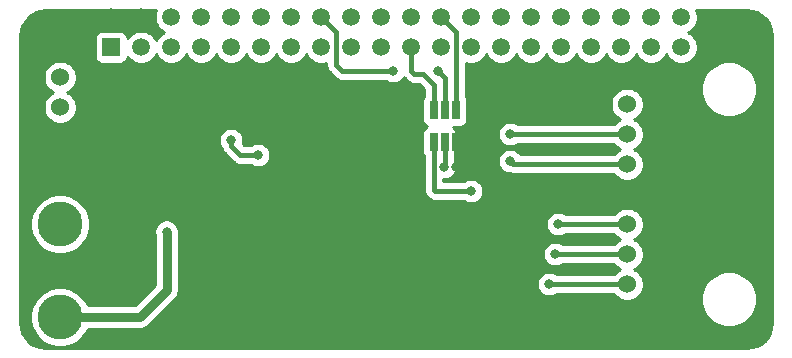
<source format=gbr>
G04 #@! TF.GenerationSoftware,KiCad,Pcbnew,(5.1.2)-1*
G04 #@! TF.CreationDate,2020-10-04T17:45:05-05:00*
G04 #@! TF.ProjectId,Senior Design,53656e69-6f72-4204-9465-7369676e2e6b,rev?*
G04 #@! TF.SameCoordinates,Original*
G04 #@! TF.FileFunction,Copper,L2,Bot*
G04 #@! TF.FilePolarity,Positive*
%FSLAX46Y46*%
G04 Gerber Fmt 4.6, Leading zero omitted, Abs format (unit mm)*
G04 Created by KiCad (PCBNEW (5.1.2)-1) date 2020-10-04 17:45:05*
%MOMM*%
%LPD*%
G04 APERTURE LIST*
%ADD10C,1.905000*%
%ADD11C,1.520000*%
%ADD12R,1.520000X1.520000*%
%ADD13C,1.524000*%
%ADD14C,3.810000*%
%ADD15R,0.650000X1.560000*%
%ADD16C,0.800000*%
%ADD17C,0.762000*%
%ADD18C,0.381000*%
%ADD19C,0.254000*%
G04 APERTURE END LIST*
D10*
X176022000Y-64262000D03*
D11*
X158496000Y-62992000D03*
X153416000Y-62992000D03*
X161036000Y-62992000D03*
X163576000Y-62992000D03*
X148336000Y-62992000D03*
X166116000Y-62992000D03*
X168656000Y-62992000D03*
X148336000Y-65532000D03*
X163576000Y-65532000D03*
X155956000Y-65532000D03*
X158496000Y-65532000D03*
X150876000Y-62992000D03*
X155956000Y-62992000D03*
X153416000Y-65532000D03*
X166116000Y-65532000D03*
X168656000Y-65532000D03*
X171196000Y-65532000D03*
X150876000Y-65532000D03*
X161036000Y-65532000D03*
X171196000Y-62992000D03*
X122936000Y-62992000D03*
X128016000Y-62992000D03*
X133096000Y-62992000D03*
X135636000Y-62992000D03*
X138176000Y-62992000D03*
X140716000Y-62992000D03*
X143256000Y-62992000D03*
D12*
X122936000Y-65532000D03*
D11*
X128016000Y-65532000D03*
X138176000Y-65532000D03*
X140716000Y-65532000D03*
X143256000Y-65532000D03*
X145796000Y-65532000D03*
X133096000Y-65532000D03*
X130556000Y-65532000D03*
X125476000Y-62992000D03*
X125476000Y-65532000D03*
X130556000Y-62992000D03*
X135636000Y-65532000D03*
X145796000Y-62992000D03*
D13*
X166624000Y-85598000D03*
X166624000Y-83058000D03*
X166624000Y-80518000D03*
X166624000Y-77978000D03*
X166624000Y-75438000D03*
X166624000Y-72898000D03*
X166624000Y-70358000D03*
D14*
X118618000Y-80518000D03*
X118618000Y-88392000D03*
D15*
X151196000Y-70866000D03*
X152146000Y-70866000D03*
X150246000Y-70866000D03*
X150246000Y-73566000D03*
X151196000Y-73566000D03*
X152146000Y-73566000D03*
D13*
X118618000Y-70612000D03*
X118618000Y-68072000D03*
D16*
X127635000Y-81153000D03*
X135382000Y-74676000D03*
X133096000Y-73406000D03*
X151130000Y-75692000D03*
X153416000Y-77724000D03*
X160020000Y-85598000D03*
X160528000Y-83058000D03*
X160782000Y-80518000D03*
X156718000Y-75184000D03*
X156718000Y-72898000D03*
X150622000Y-67564000D03*
X146812000Y-67564000D03*
X122682000Y-84328000D03*
X122682000Y-86360000D03*
X152146000Y-75692000D03*
X128016000Y-75438000D03*
X128016000Y-73533000D03*
X131572000Y-74930000D03*
D17*
X127635000Y-86106000D02*
X125349000Y-88392000D01*
X127635000Y-81153000D02*
X127635000Y-86106000D01*
X125349000Y-88392000D02*
X118618000Y-88392000D01*
D18*
X135382000Y-74676000D02*
X134816315Y-74676000D01*
X134816315Y-74676000D02*
X133858000Y-74676000D01*
X133858000Y-74676000D02*
X133096000Y-73914000D01*
X133096000Y-73914000D02*
X133096000Y-73406000D01*
X151196000Y-73566000D02*
X151196000Y-75626000D01*
X151196000Y-75626000D02*
X151130000Y-75692000D01*
X150246000Y-77602000D02*
X150246000Y-73566000D01*
X153416000Y-77724000D02*
X150368000Y-77724000D01*
X150368000Y-77724000D02*
X150246000Y-77602000D01*
X160020000Y-85598000D02*
X166624000Y-85598000D01*
X160782000Y-83058000D02*
X166624000Y-83058000D01*
X160782000Y-80518000D02*
X166624000Y-80518000D01*
X156972000Y-75438000D02*
X156718000Y-75184000D01*
X166624000Y-75438000D02*
X156972000Y-75438000D01*
X165546370Y-72898000D02*
X166624000Y-72898000D01*
X156718000Y-72898000D02*
X165546370Y-72898000D01*
X151196000Y-70866000D02*
X151196000Y-68138000D01*
X151196000Y-68138000D02*
X150622000Y-67564000D01*
X141986000Y-64262000D02*
X140716000Y-62992000D01*
X141986000Y-67056000D02*
X141986000Y-64262000D01*
X146812000Y-67564000D02*
X142494000Y-67564000D01*
X142494000Y-67564000D02*
X141986000Y-67056000D01*
X152146000Y-64262000D02*
X150876000Y-62992000D01*
X152146000Y-70866000D02*
X152146000Y-64262000D01*
X150246000Y-69705000D02*
X150241000Y-69700000D01*
X150246000Y-70866000D02*
X150246000Y-69705000D01*
X150241000Y-69700000D02*
X150241000Y-68707000D01*
X150241000Y-68707000D02*
X149352000Y-67818000D01*
X149352000Y-67818000D02*
X148590000Y-67818000D01*
X148336000Y-67564000D02*
X148336000Y-65532000D01*
X148590000Y-67818000D02*
X148336000Y-67564000D01*
X152146000Y-73566000D02*
X152146000Y-75692000D01*
D19*
G36*
X126674609Y-62585093D02*
G01*
X126621000Y-62854604D01*
X126621000Y-63129396D01*
X126674609Y-63398907D01*
X126779767Y-63652780D01*
X126932433Y-63881261D01*
X127126739Y-64075567D01*
X127355220Y-64228233D01*
X127436740Y-64262000D01*
X127355220Y-64295767D01*
X127126739Y-64448433D01*
X126932433Y-64642739D01*
X126779767Y-64871220D01*
X126746000Y-64952740D01*
X126712233Y-64871220D01*
X126559567Y-64642739D01*
X126365261Y-64448433D01*
X126136780Y-64295767D01*
X125882907Y-64190609D01*
X125613396Y-64137000D01*
X125338604Y-64137000D01*
X125069093Y-64190609D01*
X124815220Y-64295767D01*
X124586739Y-64448433D01*
X124392433Y-64642739D01*
X124330474Y-64735467D01*
X124321812Y-64647518D01*
X124285502Y-64527820D01*
X124226537Y-64417506D01*
X124147185Y-64320815D01*
X124050494Y-64241463D01*
X123940180Y-64182498D01*
X123820482Y-64146188D01*
X123696000Y-64133928D01*
X122176000Y-64133928D01*
X122051518Y-64146188D01*
X121931820Y-64182498D01*
X121821506Y-64241463D01*
X121724815Y-64320815D01*
X121645463Y-64417506D01*
X121586498Y-64527820D01*
X121550188Y-64647518D01*
X121537928Y-64772000D01*
X121537928Y-66292000D01*
X121550188Y-66416482D01*
X121586498Y-66536180D01*
X121645463Y-66646494D01*
X121724815Y-66743185D01*
X121821506Y-66822537D01*
X121931820Y-66881502D01*
X122051518Y-66917812D01*
X122176000Y-66930072D01*
X123696000Y-66930072D01*
X123820482Y-66917812D01*
X123940180Y-66881502D01*
X124050494Y-66822537D01*
X124147185Y-66743185D01*
X124226537Y-66646494D01*
X124285502Y-66536180D01*
X124321812Y-66416482D01*
X124330474Y-66328533D01*
X124392433Y-66421261D01*
X124586739Y-66615567D01*
X124815220Y-66768233D01*
X125069093Y-66873391D01*
X125338604Y-66927000D01*
X125613396Y-66927000D01*
X125882907Y-66873391D01*
X126136780Y-66768233D01*
X126365261Y-66615567D01*
X126559567Y-66421261D01*
X126712233Y-66192780D01*
X126746000Y-66111260D01*
X126779767Y-66192780D01*
X126932433Y-66421261D01*
X127126739Y-66615567D01*
X127355220Y-66768233D01*
X127609093Y-66873391D01*
X127878604Y-66927000D01*
X128153396Y-66927000D01*
X128422907Y-66873391D01*
X128676780Y-66768233D01*
X128905261Y-66615567D01*
X129099567Y-66421261D01*
X129252233Y-66192780D01*
X129286000Y-66111260D01*
X129319767Y-66192780D01*
X129472433Y-66421261D01*
X129666739Y-66615567D01*
X129895220Y-66768233D01*
X130149093Y-66873391D01*
X130418604Y-66927000D01*
X130693396Y-66927000D01*
X130962907Y-66873391D01*
X131216780Y-66768233D01*
X131445261Y-66615567D01*
X131639567Y-66421261D01*
X131792233Y-66192780D01*
X131826000Y-66111260D01*
X131859767Y-66192780D01*
X132012433Y-66421261D01*
X132206739Y-66615567D01*
X132435220Y-66768233D01*
X132689093Y-66873391D01*
X132958604Y-66927000D01*
X133233396Y-66927000D01*
X133502907Y-66873391D01*
X133756780Y-66768233D01*
X133985261Y-66615567D01*
X134179567Y-66421261D01*
X134332233Y-66192780D01*
X134366000Y-66111260D01*
X134399767Y-66192780D01*
X134552433Y-66421261D01*
X134746739Y-66615567D01*
X134975220Y-66768233D01*
X135229093Y-66873391D01*
X135498604Y-66927000D01*
X135773396Y-66927000D01*
X136042907Y-66873391D01*
X136296780Y-66768233D01*
X136525261Y-66615567D01*
X136719567Y-66421261D01*
X136872233Y-66192780D01*
X136906000Y-66111260D01*
X136939767Y-66192780D01*
X137092433Y-66421261D01*
X137286739Y-66615567D01*
X137515220Y-66768233D01*
X137769093Y-66873391D01*
X138038604Y-66927000D01*
X138313396Y-66927000D01*
X138582907Y-66873391D01*
X138836780Y-66768233D01*
X139065261Y-66615567D01*
X139259567Y-66421261D01*
X139412233Y-66192780D01*
X139446000Y-66111260D01*
X139479767Y-66192780D01*
X139632433Y-66421261D01*
X139826739Y-66615567D01*
X140055220Y-66768233D01*
X140309093Y-66873391D01*
X140578604Y-66927000D01*
X140853396Y-66927000D01*
X141122907Y-66873391D01*
X141160500Y-66857819D01*
X141160500Y-67015449D01*
X141156506Y-67056000D01*
X141160500Y-67096550D01*
X141160500Y-67096552D01*
X141172444Y-67217825D01*
X141214710Y-67357158D01*
X141219647Y-67373433D01*
X141296301Y-67516842D01*
X141324711Y-67551459D01*
X141399459Y-67642541D01*
X141430966Y-67668398D01*
X141881602Y-68119034D01*
X141907459Y-68150541D01*
X141996694Y-68223774D01*
X142033156Y-68253698D01*
X142033158Y-68253699D01*
X142176566Y-68330353D01*
X142332174Y-68377556D01*
X142453447Y-68389500D01*
X142453459Y-68389500D01*
X142493999Y-68393493D01*
X142534539Y-68389500D01*
X146184497Y-68389500D01*
X146321744Y-68481205D01*
X146510102Y-68559226D01*
X146710061Y-68599000D01*
X146913939Y-68599000D01*
X147113898Y-68559226D01*
X147302256Y-68481205D01*
X147471774Y-68367937D01*
X147615937Y-68223774D01*
X147702832Y-68093726D01*
X147749459Y-68150541D01*
X147780966Y-68176398D01*
X147977602Y-68373034D01*
X148003459Y-68404541D01*
X148129158Y-68507699D01*
X148272566Y-68584353D01*
X148428174Y-68631556D01*
X148549447Y-68643500D01*
X148549449Y-68643500D01*
X148589999Y-68647494D01*
X148630550Y-68643500D01*
X149010067Y-68643500D01*
X149415501Y-69048934D01*
X149415500Y-69659449D01*
X149411506Y-69700000D01*
X149412022Y-69705236D01*
X149390463Y-69731506D01*
X149331498Y-69841820D01*
X149295188Y-69961518D01*
X149282928Y-70086000D01*
X149282928Y-71646000D01*
X149295188Y-71770482D01*
X149331498Y-71890180D01*
X149390463Y-72000494D01*
X149469815Y-72097185D01*
X149566506Y-72176537D01*
X149640335Y-72216000D01*
X149566506Y-72255463D01*
X149469815Y-72334815D01*
X149390463Y-72431506D01*
X149331498Y-72541820D01*
X149295188Y-72661518D01*
X149282928Y-72786000D01*
X149282928Y-74346000D01*
X149295188Y-74470482D01*
X149331498Y-74590180D01*
X149390463Y-74700494D01*
X149420501Y-74737095D01*
X149420500Y-77561449D01*
X149416506Y-77602000D01*
X149420500Y-77642550D01*
X149420500Y-77642552D01*
X149432444Y-77763825D01*
X149479647Y-77919433D01*
X149556301Y-78062842D01*
X149590214Y-78104165D01*
X149659459Y-78188541D01*
X149690966Y-78214398D01*
X149755602Y-78279034D01*
X149781459Y-78310541D01*
X149907158Y-78413699D01*
X150050566Y-78490353D01*
X150206174Y-78537556D01*
X150327447Y-78549500D01*
X150327449Y-78549500D01*
X150367999Y-78553494D01*
X150408550Y-78549500D01*
X152788497Y-78549500D01*
X152925744Y-78641205D01*
X153114102Y-78719226D01*
X153314061Y-78759000D01*
X153517939Y-78759000D01*
X153717898Y-78719226D01*
X153906256Y-78641205D01*
X154075774Y-78527937D01*
X154219937Y-78383774D01*
X154333205Y-78214256D01*
X154411226Y-78025898D01*
X154451000Y-77825939D01*
X154451000Y-77622061D01*
X154411226Y-77422102D01*
X154333205Y-77233744D01*
X154219937Y-77064226D01*
X154075774Y-76920063D01*
X153906256Y-76806795D01*
X153717898Y-76728774D01*
X153517939Y-76689000D01*
X153314061Y-76689000D01*
X153114102Y-76728774D01*
X152925744Y-76806795D01*
X152788497Y-76898500D01*
X151071500Y-76898500D01*
X151071500Y-76727000D01*
X151231939Y-76727000D01*
X151431898Y-76687226D01*
X151620256Y-76609205D01*
X151789774Y-76495937D01*
X151933937Y-76351774D01*
X152047205Y-76182256D01*
X152125226Y-75993898D01*
X152165000Y-75793939D01*
X152165000Y-75590061D01*
X152125226Y-75390102D01*
X152047205Y-75201744D01*
X152021500Y-75163274D01*
X152021500Y-74737094D01*
X152051537Y-74700494D01*
X152110502Y-74590180D01*
X152146812Y-74470482D01*
X152159072Y-74346000D01*
X152159072Y-72796061D01*
X155683000Y-72796061D01*
X155683000Y-72999939D01*
X155722774Y-73199898D01*
X155800795Y-73388256D01*
X155914063Y-73557774D01*
X156058226Y-73701937D01*
X156227744Y-73815205D01*
X156416102Y-73893226D01*
X156616061Y-73933000D01*
X156819939Y-73933000D01*
X157019898Y-73893226D01*
X157208256Y-73815205D01*
X157345503Y-73723500D01*
X165495425Y-73723500D01*
X165538880Y-73788535D01*
X165733465Y-73983120D01*
X165962273Y-74136005D01*
X166039515Y-74168000D01*
X165962273Y-74199995D01*
X165733465Y-74352880D01*
X165538880Y-74547465D01*
X165495425Y-74612500D01*
X157580920Y-74612500D01*
X157521937Y-74524226D01*
X157377774Y-74380063D01*
X157208256Y-74266795D01*
X157019898Y-74188774D01*
X156819939Y-74149000D01*
X156616061Y-74149000D01*
X156416102Y-74188774D01*
X156227744Y-74266795D01*
X156058226Y-74380063D01*
X155914063Y-74524226D01*
X155800795Y-74693744D01*
X155722774Y-74882102D01*
X155683000Y-75082061D01*
X155683000Y-75285939D01*
X155722774Y-75485898D01*
X155800795Y-75674256D01*
X155914063Y-75843774D01*
X156058226Y-75987937D01*
X156227744Y-76101205D01*
X156416102Y-76179226D01*
X156616061Y-76219000D01*
X156702851Y-76219000D01*
X156810174Y-76251556D01*
X156931447Y-76263500D01*
X156931449Y-76263500D01*
X156971999Y-76267494D01*
X157012550Y-76263500D01*
X165495425Y-76263500D01*
X165538880Y-76328535D01*
X165733465Y-76523120D01*
X165962273Y-76676005D01*
X166216510Y-76781314D01*
X166486408Y-76835000D01*
X166761592Y-76835000D01*
X167031490Y-76781314D01*
X167285727Y-76676005D01*
X167514535Y-76523120D01*
X167709120Y-76328535D01*
X167862005Y-76099727D01*
X167967314Y-75845490D01*
X168021000Y-75575592D01*
X168021000Y-75300408D01*
X167967314Y-75030510D01*
X167862005Y-74776273D01*
X167709120Y-74547465D01*
X167514535Y-74352880D01*
X167285727Y-74199995D01*
X167208485Y-74168000D01*
X167285727Y-74136005D01*
X167514535Y-73983120D01*
X167709120Y-73788535D01*
X167862005Y-73559727D01*
X167967314Y-73305490D01*
X168021000Y-73035592D01*
X168021000Y-72760408D01*
X167967314Y-72490510D01*
X167862005Y-72236273D01*
X167709120Y-72007465D01*
X167514535Y-71812880D01*
X167285727Y-71659995D01*
X167208485Y-71628000D01*
X167285727Y-71596005D01*
X167514535Y-71443120D01*
X167709120Y-71248535D01*
X167862005Y-71019727D01*
X167967314Y-70765490D01*
X168021000Y-70495592D01*
X168021000Y-70220408D01*
X167967314Y-69950510D01*
X167862005Y-69696273D01*
X167709120Y-69467465D01*
X167514535Y-69272880D01*
X167285727Y-69119995D01*
X167031490Y-69014686D01*
X166761592Y-68961000D01*
X166486408Y-68961000D01*
X166216510Y-69014686D01*
X165962273Y-69119995D01*
X165733465Y-69272880D01*
X165538880Y-69467465D01*
X165385995Y-69696273D01*
X165280686Y-69950510D01*
X165227000Y-70220408D01*
X165227000Y-70495592D01*
X165280686Y-70765490D01*
X165385995Y-71019727D01*
X165538880Y-71248535D01*
X165733465Y-71443120D01*
X165962273Y-71596005D01*
X166039515Y-71628000D01*
X165962273Y-71659995D01*
X165733465Y-71812880D01*
X165538880Y-72007465D01*
X165495425Y-72072500D01*
X157345503Y-72072500D01*
X157208256Y-71980795D01*
X157019898Y-71902774D01*
X156819939Y-71863000D01*
X156616061Y-71863000D01*
X156416102Y-71902774D01*
X156227744Y-71980795D01*
X156058226Y-72094063D01*
X155914063Y-72238226D01*
X155800795Y-72407744D01*
X155722774Y-72596102D01*
X155683000Y-72796061D01*
X152159072Y-72796061D01*
X152159072Y-72786000D01*
X152146812Y-72661518D01*
X152110502Y-72541820D01*
X152051537Y-72431506D01*
X151972185Y-72334815D01*
X151910354Y-72284072D01*
X152471000Y-72284072D01*
X152595482Y-72271812D01*
X152715180Y-72235502D01*
X152825494Y-72176537D01*
X152922185Y-72097185D01*
X153001537Y-72000494D01*
X153060502Y-71890180D01*
X153096812Y-71770482D01*
X153109072Y-71646000D01*
X153109072Y-70086000D01*
X153096812Y-69961518D01*
X153060502Y-69841820D01*
X153001537Y-69731506D01*
X152971500Y-69694906D01*
X152971500Y-68855560D01*
X172900000Y-68855560D01*
X172900000Y-69320440D01*
X172990694Y-69776387D01*
X173168595Y-70205879D01*
X173426868Y-70592412D01*
X173755588Y-70921132D01*
X174142121Y-71179405D01*
X174571613Y-71357306D01*
X175027560Y-71448000D01*
X175492440Y-71448000D01*
X175948387Y-71357306D01*
X176377879Y-71179405D01*
X176764412Y-70921132D01*
X177093132Y-70592412D01*
X177351405Y-70205879D01*
X177529306Y-69776387D01*
X177620000Y-69320440D01*
X177620000Y-68855560D01*
X177529306Y-68399613D01*
X177351405Y-67970121D01*
X177093132Y-67583588D01*
X176764412Y-67254868D01*
X176377879Y-66996595D01*
X175948387Y-66818694D01*
X175492440Y-66728000D01*
X175027560Y-66728000D01*
X174571613Y-66818694D01*
X174142121Y-66996595D01*
X173755588Y-67254868D01*
X173426868Y-67583588D01*
X173168595Y-67970121D01*
X172990694Y-68399613D01*
X172900000Y-68855560D01*
X152971500Y-68855560D01*
X152971500Y-66857819D01*
X153009093Y-66873391D01*
X153278604Y-66927000D01*
X153553396Y-66927000D01*
X153822907Y-66873391D01*
X154076780Y-66768233D01*
X154305261Y-66615567D01*
X154499567Y-66421261D01*
X154652233Y-66192780D01*
X154686000Y-66111260D01*
X154719767Y-66192780D01*
X154872433Y-66421261D01*
X155066739Y-66615567D01*
X155295220Y-66768233D01*
X155549093Y-66873391D01*
X155818604Y-66927000D01*
X156093396Y-66927000D01*
X156362907Y-66873391D01*
X156616780Y-66768233D01*
X156845261Y-66615567D01*
X157039567Y-66421261D01*
X157192233Y-66192780D01*
X157226000Y-66111260D01*
X157259767Y-66192780D01*
X157412433Y-66421261D01*
X157606739Y-66615567D01*
X157835220Y-66768233D01*
X158089093Y-66873391D01*
X158358604Y-66927000D01*
X158633396Y-66927000D01*
X158902907Y-66873391D01*
X159156780Y-66768233D01*
X159385261Y-66615567D01*
X159579567Y-66421261D01*
X159732233Y-66192780D01*
X159766000Y-66111260D01*
X159799767Y-66192780D01*
X159952433Y-66421261D01*
X160146739Y-66615567D01*
X160375220Y-66768233D01*
X160629093Y-66873391D01*
X160898604Y-66927000D01*
X161173396Y-66927000D01*
X161442907Y-66873391D01*
X161696780Y-66768233D01*
X161925261Y-66615567D01*
X162119567Y-66421261D01*
X162272233Y-66192780D01*
X162306000Y-66111260D01*
X162339767Y-66192780D01*
X162492433Y-66421261D01*
X162686739Y-66615567D01*
X162915220Y-66768233D01*
X163169093Y-66873391D01*
X163438604Y-66927000D01*
X163713396Y-66927000D01*
X163982907Y-66873391D01*
X164236780Y-66768233D01*
X164465261Y-66615567D01*
X164659567Y-66421261D01*
X164812233Y-66192780D01*
X164846000Y-66111260D01*
X164879767Y-66192780D01*
X165032433Y-66421261D01*
X165226739Y-66615567D01*
X165455220Y-66768233D01*
X165709093Y-66873391D01*
X165978604Y-66927000D01*
X166253396Y-66927000D01*
X166522907Y-66873391D01*
X166776780Y-66768233D01*
X167005261Y-66615567D01*
X167199567Y-66421261D01*
X167352233Y-66192780D01*
X167386000Y-66111260D01*
X167419767Y-66192780D01*
X167572433Y-66421261D01*
X167766739Y-66615567D01*
X167995220Y-66768233D01*
X168249093Y-66873391D01*
X168518604Y-66927000D01*
X168793396Y-66927000D01*
X169062907Y-66873391D01*
X169316780Y-66768233D01*
X169545261Y-66615567D01*
X169739567Y-66421261D01*
X169892233Y-66192780D01*
X169926000Y-66111260D01*
X169959767Y-66192780D01*
X170112433Y-66421261D01*
X170306739Y-66615567D01*
X170535220Y-66768233D01*
X170789093Y-66873391D01*
X171058604Y-66927000D01*
X171333396Y-66927000D01*
X171602907Y-66873391D01*
X171856780Y-66768233D01*
X172085261Y-66615567D01*
X172279567Y-66421261D01*
X172432233Y-66192780D01*
X172537391Y-65938907D01*
X172591000Y-65669396D01*
X172591000Y-65394604D01*
X172537391Y-65125093D01*
X172432233Y-64871220D01*
X172279567Y-64642739D01*
X172085261Y-64448433D01*
X171856780Y-64295767D01*
X171775260Y-64262000D01*
X171856780Y-64228233D01*
X172085261Y-64075567D01*
X172279567Y-63881261D01*
X172432233Y-63652780D01*
X172537391Y-63398907D01*
X172591000Y-63129396D01*
X172591000Y-62854604D01*
X172537391Y-62585093D01*
X172469214Y-62420500D01*
X176749842Y-62420500D01*
X177190364Y-62463693D01*
X177581258Y-62581711D01*
X177941779Y-62773404D01*
X178258201Y-63031471D01*
X178518472Y-63346085D01*
X178712677Y-63705259D01*
X178833419Y-64095315D01*
X178879501Y-64533761D01*
X178879500Y-88865842D01*
X178836307Y-89306365D01*
X178718289Y-89697258D01*
X178526596Y-90057779D01*
X178268529Y-90374201D01*
X177953915Y-90634472D01*
X177594743Y-90828676D01*
X177204685Y-90949419D01*
X176766256Y-90995500D01*
X117382158Y-90995500D01*
X116941635Y-90952307D01*
X116550742Y-90834289D01*
X116190221Y-90642596D01*
X115873799Y-90384529D01*
X115613528Y-90069915D01*
X115419324Y-89710743D01*
X115298581Y-89320685D01*
X115252500Y-88882256D01*
X115252500Y-88141832D01*
X116078000Y-88141832D01*
X116078000Y-88642168D01*
X116175611Y-89132891D01*
X116367081Y-89595141D01*
X116645053Y-90011156D01*
X116998844Y-90364947D01*
X117414859Y-90642919D01*
X117877109Y-90834389D01*
X118367832Y-90932000D01*
X118868168Y-90932000D01*
X119358891Y-90834389D01*
X119821141Y-90642919D01*
X120237156Y-90364947D01*
X120590947Y-90011156D01*
X120868919Y-89595141D01*
X120946435Y-89408000D01*
X125299098Y-89408000D01*
X125349000Y-89412915D01*
X125398902Y-89408000D01*
X125548171Y-89393298D01*
X125739687Y-89335202D01*
X125916190Y-89240860D01*
X126070896Y-89113896D01*
X126102712Y-89075128D01*
X128318133Y-86859708D01*
X128356896Y-86827896D01*
X128483860Y-86673190D01*
X128578202Y-86496687D01*
X128636298Y-86305171D01*
X128651000Y-86155902D01*
X128651000Y-86155895D01*
X128655914Y-86106001D01*
X128651000Y-86056107D01*
X128651000Y-85496061D01*
X158985000Y-85496061D01*
X158985000Y-85699939D01*
X159024774Y-85899898D01*
X159102795Y-86088256D01*
X159216063Y-86257774D01*
X159360226Y-86401937D01*
X159529744Y-86515205D01*
X159718102Y-86593226D01*
X159918061Y-86633000D01*
X160121939Y-86633000D01*
X160321898Y-86593226D01*
X160510256Y-86515205D01*
X160647503Y-86423500D01*
X165495425Y-86423500D01*
X165538880Y-86488535D01*
X165733465Y-86683120D01*
X165962273Y-86836005D01*
X166216510Y-86941314D01*
X166486408Y-86995000D01*
X166761592Y-86995000D01*
X167031490Y-86941314D01*
X167285727Y-86836005D01*
X167514535Y-86683120D01*
X167562095Y-86635560D01*
X172900000Y-86635560D01*
X172900000Y-87100440D01*
X172990694Y-87556387D01*
X173168595Y-87985879D01*
X173426868Y-88372412D01*
X173755588Y-88701132D01*
X174142121Y-88959405D01*
X174571613Y-89137306D01*
X175027560Y-89228000D01*
X175492440Y-89228000D01*
X175948387Y-89137306D01*
X176377879Y-88959405D01*
X176764412Y-88701132D01*
X177093132Y-88372412D01*
X177351405Y-87985879D01*
X177529306Y-87556387D01*
X177620000Y-87100440D01*
X177620000Y-86635560D01*
X177529306Y-86179613D01*
X177351405Y-85750121D01*
X177093132Y-85363588D01*
X176764412Y-85034868D01*
X176377879Y-84776595D01*
X175948387Y-84598694D01*
X175492440Y-84508000D01*
X175027560Y-84508000D01*
X174571613Y-84598694D01*
X174142121Y-84776595D01*
X173755588Y-85034868D01*
X173426868Y-85363588D01*
X173168595Y-85750121D01*
X172990694Y-86179613D01*
X172900000Y-86635560D01*
X167562095Y-86635560D01*
X167709120Y-86488535D01*
X167862005Y-86259727D01*
X167967314Y-86005490D01*
X168021000Y-85735592D01*
X168021000Y-85460408D01*
X167967314Y-85190510D01*
X167862005Y-84936273D01*
X167709120Y-84707465D01*
X167514535Y-84512880D01*
X167285727Y-84359995D01*
X167208485Y-84328000D01*
X167285727Y-84296005D01*
X167514535Y-84143120D01*
X167709120Y-83948535D01*
X167862005Y-83719727D01*
X167967314Y-83465490D01*
X168021000Y-83195592D01*
X168021000Y-82920408D01*
X167967314Y-82650510D01*
X167862005Y-82396273D01*
X167709120Y-82167465D01*
X167514535Y-81972880D01*
X167285727Y-81819995D01*
X167208485Y-81788000D01*
X167285727Y-81756005D01*
X167514535Y-81603120D01*
X167709120Y-81408535D01*
X167862005Y-81179727D01*
X167967314Y-80925490D01*
X168021000Y-80655592D01*
X168021000Y-80380408D01*
X167967314Y-80110510D01*
X167862005Y-79856273D01*
X167709120Y-79627465D01*
X167514535Y-79432880D01*
X167285727Y-79279995D01*
X167031490Y-79174686D01*
X166761592Y-79121000D01*
X166486408Y-79121000D01*
X166216510Y-79174686D01*
X165962273Y-79279995D01*
X165733465Y-79432880D01*
X165538880Y-79627465D01*
X165495425Y-79692500D01*
X161409503Y-79692500D01*
X161272256Y-79600795D01*
X161083898Y-79522774D01*
X160883939Y-79483000D01*
X160680061Y-79483000D01*
X160480102Y-79522774D01*
X160291744Y-79600795D01*
X160122226Y-79714063D01*
X159978063Y-79858226D01*
X159864795Y-80027744D01*
X159786774Y-80216102D01*
X159747000Y-80416061D01*
X159747000Y-80619939D01*
X159786774Y-80819898D01*
X159864795Y-81008256D01*
X159978063Y-81177774D01*
X160122226Y-81321937D01*
X160291744Y-81435205D01*
X160480102Y-81513226D01*
X160680061Y-81553000D01*
X160883939Y-81553000D01*
X161083898Y-81513226D01*
X161272256Y-81435205D01*
X161409503Y-81343500D01*
X165495425Y-81343500D01*
X165538880Y-81408535D01*
X165733465Y-81603120D01*
X165962273Y-81756005D01*
X166039515Y-81788000D01*
X165962273Y-81819995D01*
X165733465Y-81972880D01*
X165538880Y-82167465D01*
X165495425Y-82232500D01*
X161155503Y-82232500D01*
X161018256Y-82140795D01*
X160829898Y-82062774D01*
X160629939Y-82023000D01*
X160426061Y-82023000D01*
X160226102Y-82062774D01*
X160037744Y-82140795D01*
X159868226Y-82254063D01*
X159724063Y-82398226D01*
X159610795Y-82567744D01*
X159532774Y-82756102D01*
X159493000Y-82956061D01*
X159493000Y-83159939D01*
X159532774Y-83359898D01*
X159610795Y-83548256D01*
X159724063Y-83717774D01*
X159868226Y-83861937D01*
X160037744Y-83975205D01*
X160226102Y-84053226D01*
X160426061Y-84093000D01*
X160629939Y-84093000D01*
X160829898Y-84053226D01*
X161018256Y-83975205D01*
X161155503Y-83883500D01*
X165495425Y-83883500D01*
X165538880Y-83948535D01*
X165733465Y-84143120D01*
X165962273Y-84296005D01*
X166039515Y-84328000D01*
X165962273Y-84359995D01*
X165733465Y-84512880D01*
X165538880Y-84707465D01*
X165495425Y-84772500D01*
X160647503Y-84772500D01*
X160510256Y-84680795D01*
X160321898Y-84602774D01*
X160121939Y-84563000D01*
X159918061Y-84563000D01*
X159718102Y-84602774D01*
X159529744Y-84680795D01*
X159360226Y-84794063D01*
X159216063Y-84938226D01*
X159102795Y-85107744D01*
X159024774Y-85296102D01*
X158985000Y-85496061D01*
X128651000Y-85496061D01*
X128651000Y-81350459D01*
X128670000Y-81254939D01*
X128670000Y-81051061D01*
X128630226Y-80851102D01*
X128552205Y-80662744D01*
X128438937Y-80493226D01*
X128294774Y-80349063D01*
X128125256Y-80235795D01*
X127936898Y-80157774D01*
X127736939Y-80118000D01*
X127533061Y-80118000D01*
X127333102Y-80157774D01*
X127144744Y-80235795D01*
X126975226Y-80349063D01*
X126831063Y-80493226D01*
X126717795Y-80662744D01*
X126639774Y-80851102D01*
X126600000Y-81051061D01*
X126600000Y-81254939D01*
X126619000Y-81350459D01*
X126619001Y-85685158D01*
X124928160Y-87376000D01*
X120946435Y-87376000D01*
X120868919Y-87188859D01*
X120590947Y-86772844D01*
X120237156Y-86419053D01*
X119821141Y-86141081D01*
X119358891Y-85949611D01*
X118868168Y-85852000D01*
X118367832Y-85852000D01*
X117877109Y-85949611D01*
X117414859Y-86141081D01*
X116998844Y-86419053D01*
X116645053Y-86772844D01*
X116367081Y-87188859D01*
X116175611Y-87651109D01*
X116078000Y-88141832D01*
X115252500Y-88141832D01*
X115252500Y-80267832D01*
X116078000Y-80267832D01*
X116078000Y-80768168D01*
X116175611Y-81258891D01*
X116367081Y-81721141D01*
X116645053Y-82137156D01*
X116998844Y-82490947D01*
X117414859Y-82768919D01*
X117877109Y-82960389D01*
X118367832Y-83058000D01*
X118868168Y-83058000D01*
X119358891Y-82960389D01*
X119821141Y-82768919D01*
X120237156Y-82490947D01*
X120590947Y-82137156D01*
X120868919Y-81721141D01*
X121060389Y-81258891D01*
X121158000Y-80768168D01*
X121158000Y-80267832D01*
X121060389Y-79777109D01*
X120868919Y-79314859D01*
X120590947Y-78898844D01*
X120237156Y-78545053D01*
X119821141Y-78267081D01*
X119358891Y-78075611D01*
X118868168Y-77978000D01*
X118367832Y-77978000D01*
X117877109Y-78075611D01*
X117414859Y-78267081D01*
X116998844Y-78545053D01*
X116645053Y-78898844D01*
X116367081Y-79314859D01*
X116175611Y-79777109D01*
X116078000Y-80267832D01*
X115252500Y-80267832D01*
X115252500Y-73304061D01*
X132061000Y-73304061D01*
X132061000Y-73507939D01*
X132100774Y-73707898D01*
X132178795Y-73896256D01*
X132279620Y-74047152D01*
X132282444Y-74075825D01*
X132323126Y-74209937D01*
X132329647Y-74231433D01*
X132406301Y-74374842D01*
X132427954Y-74401226D01*
X132509459Y-74500541D01*
X132540965Y-74526397D01*
X133245611Y-75231044D01*
X133271459Y-75262541D01*
X133302955Y-75288389D01*
X133302958Y-75288392D01*
X133397157Y-75365699D01*
X133442812Y-75390102D01*
X133540566Y-75442353D01*
X133696174Y-75489556D01*
X133817447Y-75501500D01*
X133817449Y-75501500D01*
X133858000Y-75505494D01*
X133898550Y-75501500D01*
X134754497Y-75501500D01*
X134891744Y-75593205D01*
X135080102Y-75671226D01*
X135280061Y-75711000D01*
X135483939Y-75711000D01*
X135683898Y-75671226D01*
X135872256Y-75593205D01*
X136041774Y-75479937D01*
X136185937Y-75335774D01*
X136299205Y-75166256D01*
X136377226Y-74977898D01*
X136417000Y-74777939D01*
X136417000Y-74574061D01*
X136377226Y-74374102D01*
X136299205Y-74185744D01*
X136185937Y-74016226D01*
X136041774Y-73872063D01*
X135872256Y-73758795D01*
X135683898Y-73680774D01*
X135483939Y-73641000D01*
X135280061Y-73641000D01*
X135080102Y-73680774D01*
X134891744Y-73758795D01*
X134754497Y-73850500D01*
X134199933Y-73850500D01*
X134081298Y-73731865D01*
X134091226Y-73707898D01*
X134131000Y-73507939D01*
X134131000Y-73304061D01*
X134091226Y-73104102D01*
X134013205Y-72915744D01*
X133899937Y-72746226D01*
X133755774Y-72602063D01*
X133586256Y-72488795D01*
X133397898Y-72410774D01*
X133197939Y-72371000D01*
X132994061Y-72371000D01*
X132794102Y-72410774D01*
X132605744Y-72488795D01*
X132436226Y-72602063D01*
X132292063Y-72746226D01*
X132178795Y-72915744D01*
X132100774Y-73104102D01*
X132061000Y-73304061D01*
X115252500Y-73304061D01*
X115252500Y-67934408D01*
X117221000Y-67934408D01*
X117221000Y-68209592D01*
X117274686Y-68479490D01*
X117379995Y-68733727D01*
X117532880Y-68962535D01*
X117727465Y-69157120D01*
X117956273Y-69310005D01*
X118033515Y-69342000D01*
X117956273Y-69373995D01*
X117727465Y-69526880D01*
X117532880Y-69721465D01*
X117379995Y-69950273D01*
X117274686Y-70204510D01*
X117221000Y-70474408D01*
X117221000Y-70749592D01*
X117274686Y-71019490D01*
X117379995Y-71273727D01*
X117532880Y-71502535D01*
X117727465Y-71697120D01*
X117956273Y-71850005D01*
X118210510Y-71955314D01*
X118480408Y-72009000D01*
X118755592Y-72009000D01*
X119025490Y-71955314D01*
X119279727Y-71850005D01*
X119508535Y-71697120D01*
X119703120Y-71502535D01*
X119856005Y-71273727D01*
X119961314Y-71019490D01*
X120015000Y-70749592D01*
X120015000Y-70474408D01*
X119961314Y-70204510D01*
X119856005Y-69950273D01*
X119703120Y-69721465D01*
X119508535Y-69526880D01*
X119279727Y-69373995D01*
X119202485Y-69342000D01*
X119279727Y-69310005D01*
X119508535Y-69157120D01*
X119703120Y-68962535D01*
X119856005Y-68733727D01*
X119961314Y-68479490D01*
X120015000Y-68209592D01*
X120015000Y-67934408D01*
X119961314Y-67664510D01*
X119856005Y-67410273D01*
X119703120Y-67181465D01*
X119508535Y-66986880D01*
X119279727Y-66833995D01*
X119025490Y-66728686D01*
X118755592Y-66675000D01*
X118480408Y-66675000D01*
X118210510Y-66728686D01*
X117956273Y-66833995D01*
X117727465Y-66986880D01*
X117532880Y-67181465D01*
X117379995Y-67410273D01*
X117274686Y-67664510D01*
X117221000Y-67934408D01*
X115252500Y-67934408D01*
X115252500Y-64550158D01*
X115295693Y-64109636D01*
X115413711Y-63718742D01*
X115605404Y-63358221D01*
X115863471Y-63041799D01*
X116178085Y-62781528D01*
X116537259Y-62587323D01*
X116927315Y-62466581D01*
X117365752Y-62420500D01*
X126742786Y-62420500D01*
X126674609Y-62585093D01*
X126674609Y-62585093D01*
G37*
X126674609Y-62585093D02*
X126621000Y-62854604D01*
X126621000Y-63129396D01*
X126674609Y-63398907D01*
X126779767Y-63652780D01*
X126932433Y-63881261D01*
X127126739Y-64075567D01*
X127355220Y-64228233D01*
X127436740Y-64262000D01*
X127355220Y-64295767D01*
X127126739Y-64448433D01*
X126932433Y-64642739D01*
X126779767Y-64871220D01*
X126746000Y-64952740D01*
X126712233Y-64871220D01*
X126559567Y-64642739D01*
X126365261Y-64448433D01*
X126136780Y-64295767D01*
X125882907Y-64190609D01*
X125613396Y-64137000D01*
X125338604Y-64137000D01*
X125069093Y-64190609D01*
X124815220Y-64295767D01*
X124586739Y-64448433D01*
X124392433Y-64642739D01*
X124330474Y-64735467D01*
X124321812Y-64647518D01*
X124285502Y-64527820D01*
X124226537Y-64417506D01*
X124147185Y-64320815D01*
X124050494Y-64241463D01*
X123940180Y-64182498D01*
X123820482Y-64146188D01*
X123696000Y-64133928D01*
X122176000Y-64133928D01*
X122051518Y-64146188D01*
X121931820Y-64182498D01*
X121821506Y-64241463D01*
X121724815Y-64320815D01*
X121645463Y-64417506D01*
X121586498Y-64527820D01*
X121550188Y-64647518D01*
X121537928Y-64772000D01*
X121537928Y-66292000D01*
X121550188Y-66416482D01*
X121586498Y-66536180D01*
X121645463Y-66646494D01*
X121724815Y-66743185D01*
X121821506Y-66822537D01*
X121931820Y-66881502D01*
X122051518Y-66917812D01*
X122176000Y-66930072D01*
X123696000Y-66930072D01*
X123820482Y-66917812D01*
X123940180Y-66881502D01*
X124050494Y-66822537D01*
X124147185Y-66743185D01*
X124226537Y-66646494D01*
X124285502Y-66536180D01*
X124321812Y-66416482D01*
X124330474Y-66328533D01*
X124392433Y-66421261D01*
X124586739Y-66615567D01*
X124815220Y-66768233D01*
X125069093Y-66873391D01*
X125338604Y-66927000D01*
X125613396Y-66927000D01*
X125882907Y-66873391D01*
X126136780Y-66768233D01*
X126365261Y-66615567D01*
X126559567Y-66421261D01*
X126712233Y-66192780D01*
X126746000Y-66111260D01*
X126779767Y-66192780D01*
X126932433Y-66421261D01*
X127126739Y-66615567D01*
X127355220Y-66768233D01*
X127609093Y-66873391D01*
X127878604Y-66927000D01*
X128153396Y-66927000D01*
X128422907Y-66873391D01*
X128676780Y-66768233D01*
X128905261Y-66615567D01*
X129099567Y-66421261D01*
X129252233Y-66192780D01*
X129286000Y-66111260D01*
X129319767Y-66192780D01*
X129472433Y-66421261D01*
X129666739Y-66615567D01*
X129895220Y-66768233D01*
X130149093Y-66873391D01*
X130418604Y-66927000D01*
X130693396Y-66927000D01*
X130962907Y-66873391D01*
X131216780Y-66768233D01*
X131445261Y-66615567D01*
X131639567Y-66421261D01*
X131792233Y-66192780D01*
X131826000Y-66111260D01*
X131859767Y-66192780D01*
X132012433Y-66421261D01*
X132206739Y-66615567D01*
X132435220Y-66768233D01*
X132689093Y-66873391D01*
X132958604Y-66927000D01*
X133233396Y-66927000D01*
X133502907Y-66873391D01*
X133756780Y-66768233D01*
X133985261Y-66615567D01*
X134179567Y-66421261D01*
X134332233Y-66192780D01*
X134366000Y-66111260D01*
X134399767Y-66192780D01*
X134552433Y-66421261D01*
X134746739Y-66615567D01*
X134975220Y-66768233D01*
X135229093Y-66873391D01*
X135498604Y-66927000D01*
X135773396Y-66927000D01*
X136042907Y-66873391D01*
X136296780Y-66768233D01*
X136525261Y-66615567D01*
X136719567Y-66421261D01*
X136872233Y-66192780D01*
X136906000Y-66111260D01*
X136939767Y-66192780D01*
X137092433Y-66421261D01*
X137286739Y-66615567D01*
X137515220Y-66768233D01*
X137769093Y-66873391D01*
X138038604Y-66927000D01*
X138313396Y-66927000D01*
X138582907Y-66873391D01*
X138836780Y-66768233D01*
X139065261Y-66615567D01*
X139259567Y-66421261D01*
X139412233Y-66192780D01*
X139446000Y-66111260D01*
X139479767Y-66192780D01*
X139632433Y-66421261D01*
X139826739Y-66615567D01*
X140055220Y-66768233D01*
X140309093Y-66873391D01*
X140578604Y-66927000D01*
X140853396Y-66927000D01*
X141122907Y-66873391D01*
X141160500Y-66857819D01*
X141160500Y-67015449D01*
X141156506Y-67056000D01*
X141160500Y-67096550D01*
X141160500Y-67096552D01*
X141172444Y-67217825D01*
X141214710Y-67357158D01*
X141219647Y-67373433D01*
X141296301Y-67516842D01*
X141324711Y-67551459D01*
X141399459Y-67642541D01*
X141430966Y-67668398D01*
X141881602Y-68119034D01*
X141907459Y-68150541D01*
X141996694Y-68223774D01*
X142033156Y-68253698D01*
X142033158Y-68253699D01*
X142176566Y-68330353D01*
X142332174Y-68377556D01*
X142453447Y-68389500D01*
X142453459Y-68389500D01*
X142493999Y-68393493D01*
X142534539Y-68389500D01*
X146184497Y-68389500D01*
X146321744Y-68481205D01*
X146510102Y-68559226D01*
X146710061Y-68599000D01*
X146913939Y-68599000D01*
X147113898Y-68559226D01*
X147302256Y-68481205D01*
X147471774Y-68367937D01*
X147615937Y-68223774D01*
X147702832Y-68093726D01*
X147749459Y-68150541D01*
X147780966Y-68176398D01*
X147977602Y-68373034D01*
X148003459Y-68404541D01*
X148129158Y-68507699D01*
X148272566Y-68584353D01*
X148428174Y-68631556D01*
X148549447Y-68643500D01*
X148549449Y-68643500D01*
X148589999Y-68647494D01*
X148630550Y-68643500D01*
X149010067Y-68643500D01*
X149415501Y-69048934D01*
X149415500Y-69659449D01*
X149411506Y-69700000D01*
X149412022Y-69705236D01*
X149390463Y-69731506D01*
X149331498Y-69841820D01*
X149295188Y-69961518D01*
X149282928Y-70086000D01*
X149282928Y-71646000D01*
X149295188Y-71770482D01*
X149331498Y-71890180D01*
X149390463Y-72000494D01*
X149469815Y-72097185D01*
X149566506Y-72176537D01*
X149640335Y-72216000D01*
X149566506Y-72255463D01*
X149469815Y-72334815D01*
X149390463Y-72431506D01*
X149331498Y-72541820D01*
X149295188Y-72661518D01*
X149282928Y-72786000D01*
X149282928Y-74346000D01*
X149295188Y-74470482D01*
X149331498Y-74590180D01*
X149390463Y-74700494D01*
X149420501Y-74737095D01*
X149420500Y-77561449D01*
X149416506Y-77602000D01*
X149420500Y-77642550D01*
X149420500Y-77642552D01*
X149432444Y-77763825D01*
X149479647Y-77919433D01*
X149556301Y-78062842D01*
X149590214Y-78104165D01*
X149659459Y-78188541D01*
X149690966Y-78214398D01*
X149755602Y-78279034D01*
X149781459Y-78310541D01*
X149907158Y-78413699D01*
X150050566Y-78490353D01*
X150206174Y-78537556D01*
X150327447Y-78549500D01*
X150327449Y-78549500D01*
X150367999Y-78553494D01*
X150408550Y-78549500D01*
X152788497Y-78549500D01*
X152925744Y-78641205D01*
X153114102Y-78719226D01*
X153314061Y-78759000D01*
X153517939Y-78759000D01*
X153717898Y-78719226D01*
X153906256Y-78641205D01*
X154075774Y-78527937D01*
X154219937Y-78383774D01*
X154333205Y-78214256D01*
X154411226Y-78025898D01*
X154451000Y-77825939D01*
X154451000Y-77622061D01*
X154411226Y-77422102D01*
X154333205Y-77233744D01*
X154219937Y-77064226D01*
X154075774Y-76920063D01*
X153906256Y-76806795D01*
X153717898Y-76728774D01*
X153517939Y-76689000D01*
X153314061Y-76689000D01*
X153114102Y-76728774D01*
X152925744Y-76806795D01*
X152788497Y-76898500D01*
X151071500Y-76898500D01*
X151071500Y-76727000D01*
X151231939Y-76727000D01*
X151431898Y-76687226D01*
X151620256Y-76609205D01*
X151789774Y-76495937D01*
X151933937Y-76351774D01*
X152047205Y-76182256D01*
X152125226Y-75993898D01*
X152165000Y-75793939D01*
X152165000Y-75590061D01*
X152125226Y-75390102D01*
X152047205Y-75201744D01*
X152021500Y-75163274D01*
X152021500Y-74737094D01*
X152051537Y-74700494D01*
X152110502Y-74590180D01*
X152146812Y-74470482D01*
X152159072Y-74346000D01*
X152159072Y-72796061D01*
X155683000Y-72796061D01*
X155683000Y-72999939D01*
X155722774Y-73199898D01*
X155800795Y-73388256D01*
X155914063Y-73557774D01*
X156058226Y-73701937D01*
X156227744Y-73815205D01*
X156416102Y-73893226D01*
X156616061Y-73933000D01*
X156819939Y-73933000D01*
X157019898Y-73893226D01*
X157208256Y-73815205D01*
X157345503Y-73723500D01*
X165495425Y-73723500D01*
X165538880Y-73788535D01*
X165733465Y-73983120D01*
X165962273Y-74136005D01*
X166039515Y-74168000D01*
X165962273Y-74199995D01*
X165733465Y-74352880D01*
X165538880Y-74547465D01*
X165495425Y-74612500D01*
X157580920Y-74612500D01*
X157521937Y-74524226D01*
X157377774Y-74380063D01*
X157208256Y-74266795D01*
X157019898Y-74188774D01*
X156819939Y-74149000D01*
X156616061Y-74149000D01*
X156416102Y-74188774D01*
X156227744Y-74266795D01*
X156058226Y-74380063D01*
X155914063Y-74524226D01*
X155800795Y-74693744D01*
X155722774Y-74882102D01*
X155683000Y-75082061D01*
X155683000Y-75285939D01*
X155722774Y-75485898D01*
X155800795Y-75674256D01*
X155914063Y-75843774D01*
X156058226Y-75987937D01*
X156227744Y-76101205D01*
X156416102Y-76179226D01*
X156616061Y-76219000D01*
X156702851Y-76219000D01*
X156810174Y-76251556D01*
X156931447Y-76263500D01*
X156931449Y-76263500D01*
X156971999Y-76267494D01*
X157012550Y-76263500D01*
X165495425Y-76263500D01*
X165538880Y-76328535D01*
X165733465Y-76523120D01*
X165962273Y-76676005D01*
X166216510Y-76781314D01*
X166486408Y-76835000D01*
X166761592Y-76835000D01*
X167031490Y-76781314D01*
X167285727Y-76676005D01*
X167514535Y-76523120D01*
X167709120Y-76328535D01*
X167862005Y-76099727D01*
X167967314Y-75845490D01*
X168021000Y-75575592D01*
X168021000Y-75300408D01*
X167967314Y-75030510D01*
X167862005Y-74776273D01*
X167709120Y-74547465D01*
X167514535Y-74352880D01*
X167285727Y-74199995D01*
X167208485Y-74168000D01*
X167285727Y-74136005D01*
X167514535Y-73983120D01*
X167709120Y-73788535D01*
X167862005Y-73559727D01*
X167967314Y-73305490D01*
X168021000Y-73035592D01*
X168021000Y-72760408D01*
X167967314Y-72490510D01*
X167862005Y-72236273D01*
X167709120Y-72007465D01*
X167514535Y-71812880D01*
X167285727Y-71659995D01*
X167208485Y-71628000D01*
X167285727Y-71596005D01*
X167514535Y-71443120D01*
X167709120Y-71248535D01*
X167862005Y-71019727D01*
X167967314Y-70765490D01*
X168021000Y-70495592D01*
X168021000Y-70220408D01*
X167967314Y-69950510D01*
X167862005Y-69696273D01*
X167709120Y-69467465D01*
X167514535Y-69272880D01*
X167285727Y-69119995D01*
X167031490Y-69014686D01*
X166761592Y-68961000D01*
X166486408Y-68961000D01*
X166216510Y-69014686D01*
X165962273Y-69119995D01*
X165733465Y-69272880D01*
X165538880Y-69467465D01*
X165385995Y-69696273D01*
X165280686Y-69950510D01*
X165227000Y-70220408D01*
X165227000Y-70495592D01*
X165280686Y-70765490D01*
X165385995Y-71019727D01*
X165538880Y-71248535D01*
X165733465Y-71443120D01*
X165962273Y-71596005D01*
X166039515Y-71628000D01*
X165962273Y-71659995D01*
X165733465Y-71812880D01*
X165538880Y-72007465D01*
X165495425Y-72072500D01*
X157345503Y-72072500D01*
X157208256Y-71980795D01*
X157019898Y-71902774D01*
X156819939Y-71863000D01*
X156616061Y-71863000D01*
X156416102Y-71902774D01*
X156227744Y-71980795D01*
X156058226Y-72094063D01*
X155914063Y-72238226D01*
X155800795Y-72407744D01*
X155722774Y-72596102D01*
X155683000Y-72796061D01*
X152159072Y-72796061D01*
X152159072Y-72786000D01*
X152146812Y-72661518D01*
X152110502Y-72541820D01*
X152051537Y-72431506D01*
X151972185Y-72334815D01*
X151910354Y-72284072D01*
X152471000Y-72284072D01*
X152595482Y-72271812D01*
X152715180Y-72235502D01*
X152825494Y-72176537D01*
X152922185Y-72097185D01*
X153001537Y-72000494D01*
X153060502Y-71890180D01*
X153096812Y-71770482D01*
X153109072Y-71646000D01*
X153109072Y-70086000D01*
X153096812Y-69961518D01*
X153060502Y-69841820D01*
X153001537Y-69731506D01*
X152971500Y-69694906D01*
X152971500Y-68855560D01*
X172900000Y-68855560D01*
X172900000Y-69320440D01*
X172990694Y-69776387D01*
X173168595Y-70205879D01*
X173426868Y-70592412D01*
X173755588Y-70921132D01*
X174142121Y-71179405D01*
X174571613Y-71357306D01*
X175027560Y-71448000D01*
X175492440Y-71448000D01*
X175948387Y-71357306D01*
X176377879Y-71179405D01*
X176764412Y-70921132D01*
X177093132Y-70592412D01*
X177351405Y-70205879D01*
X177529306Y-69776387D01*
X177620000Y-69320440D01*
X177620000Y-68855560D01*
X177529306Y-68399613D01*
X177351405Y-67970121D01*
X177093132Y-67583588D01*
X176764412Y-67254868D01*
X176377879Y-66996595D01*
X175948387Y-66818694D01*
X175492440Y-66728000D01*
X175027560Y-66728000D01*
X174571613Y-66818694D01*
X174142121Y-66996595D01*
X173755588Y-67254868D01*
X173426868Y-67583588D01*
X173168595Y-67970121D01*
X172990694Y-68399613D01*
X172900000Y-68855560D01*
X152971500Y-68855560D01*
X152971500Y-66857819D01*
X153009093Y-66873391D01*
X153278604Y-66927000D01*
X153553396Y-66927000D01*
X153822907Y-66873391D01*
X154076780Y-66768233D01*
X154305261Y-66615567D01*
X154499567Y-66421261D01*
X154652233Y-66192780D01*
X154686000Y-66111260D01*
X154719767Y-66192780D01*
X154872433Y-66421261D01*
X155066739Y-66615567D01*
X155295220Y-66768233D01*
X155549093Y-66873391D01*
X155818604Y-66927000D01*
X156093396Y-66927000D01*
X156362907Y-66873391D01*
X156616780Y-66768233D01*
X156845261Y-66615567D01*
X157039567Y-66421261D01*
X157192233Y-66192780D01*
X157226000Y-66111260D01*
X157259767Y-66192780D01*
X157412433Y-66421261D01*
X157606739Y-66615567D01*
X157835220Y-66768233D01*
X158089093Y-66873391D01*
X158358604Y-66927000D01*
X158633396Y-66927000D01*
X158902907Y-66873391D01*
X159156780Y-66768233D01*
X159385261Y-66615567D01*
X159579567Y-66421261D01*
X159732233Y-66192780D01*
X159766000Y-66111260D01*
X159799767Y-66192780D01*
X159952433Y-66421261D01*
X160146739Y-66615567D01*
X160375220Y-66768233D01*
X160629093Y-66873391D01*
X160898604Y-66927000D01*
X161173396Y-66927000D01*
X161442907Y-66873391D01*
X161696780Y-66768233D01*
X161925261Y-66615567D01*
X162119567Y-66421261D01*
X162272233Y-66192780D01*
X162306000Y-66111260D01*
X162339767Y-66192780D01*
X162492433Y-66421261D01*
X162686739Y-66615567D01*
X162915220Y-66768233D01*
X163169093Y-66873391D01*
X163438604Y-66927000D01*
X163713396Y-66927000D01*
X163982907Y-66873391D01*
X164236780Y-66768233D01*
X164465261Y-66615567D01*
X164659567Y-66421261D01*
X164812233Y-66192780D01*
X164846000Y-66111260D01*
X164879767Y-66192780D01*
X165032433Y-66421261D01*
X165226739Y-66615567D01*
X165455220Y-66768233D01*
X165709093Y-66873391D01*
X165978604Y-66927000D01*
X166253396Y-66927000D01*
X166522907Y-66873391D01*
X166776780Y-66768233D01*
X167005261Y-66615567D01*
X167199567Y-66421261D01*
X167352233Y-66192780D01*
X167386000Y-66111260D01*
X167419767Y-66192780D01*
X167572433Y-66421261D01*
X167766739Y-66615567D01*
X167995220Y-66768233D01*
X168249093Y-66873391D01*
X168518604Y-66927000D01*
X168793396Y-66927000D01*
X169062907Y-66873391D01*
X169316780Y-66768233D01*
X169545261Y-66615567D01*
X169739567Y-66421261D01*
X169892233Y-66192780D01*
X169926000Y-66111260D01*
X169959767Y-66192780D01*
X170112433Y-66421261D01*
X170306739Y-66615567D01*
X170535220Y-66768233D01*
X170789093Y-66873391D01*
X171058604Y-66927000D01*
X171333396Y-66927000D01*
X171602907Y-66873391D01*
X171856780Y-66768233D01*
X172085261Y-66615567D01*
X172279567Y-66421261D01*
X172432233Y-66192780D01*
X172537391Y-65938907D01*
X172591000Y-65669396D01*
X172591000Y-65394604D01*
X172537391Y-65125093D01*
X172432233Y-64871220D01*
X172279567Y-64642739D01*
X172085261Y-64448433D01*
X171856780Y-64295767D01*
X171775260Y-64262000D01*
X171856780Y-64228233D01*
X172085261Y-64075567D01*
X172279567Y-63881261D01*
X172432233Y-63652780D01*
X172537391Y-63398907D01*
X172591000Y-63129396D01*
X172591000Y-62854604D01*
X172537391Y-62585093D01*
X172469214Y-62420500D01*
X176749842Y-62420500D01*
X177190364Y-62463693D01*
X177581258Y-62581711D01*
X177941779Y-62773404D01*
X178258201Y-63031471D01*
X178518472Y-63346085D01*
X178712677Y-63705259D01*
X178833419Y-64095315D01*
X178879501Y-64533761D01*
X178879500Y-88865842D01*
X178836307Y-89306365D01*
X178718289Y-89697258D01*
X178526596Y-90057779D01*
X178268529Y-90374201D01*
X177953915Y-90634472D01*
X177594743Y-90828676D01*
X177204685Y-90949419D01*
X176766256Y-90995500D01*
X117382158Y-90995500D01*
X116941635Y-90952307D01*
X116550742Y-90834289D01*
X116190221Y-90642596D01*
X115873799Y-90384529D01*
X115613528Y-90069915D01*
X115419324Y-89710743D01*
X115298581Y-89320685D01*
X115252500Y-88882256D01*
X115252500Y-88141832D01*
X116078000Y-88141832D01*
X116078000Y-88642168D01*
X116175611Y-89132891D01*
X116367081Y-89595141D01*
X116645053Y-90011156D01*
X116998844Y-90364947D01*
X117414859Y-90642919D01*
X117877109Y-90834389D01*
X118367832Y-90932000D01*
X118868168Y-90932000D01*
X119358891Y-90834389D01*
X119821141Y-90642919D01*
X120237156Y-90364947D01*
X120590947Y-90011156D01*
X120868919Y-89595141D01*
X120946435Y-89408000D01*
X125299098Y-89408000D01*
X125349000Y-89412915D01*
X125398902Y-89408000D01*
X125548171Y-89393298D01*
X125739687Y-89335202D01*
X125916190Y-89240860D01*
X126070896Y-89113896D01*
X126102712Y-89075128D01*
X128318133Y-86859708D01*
X128356896Y-86827896D01*
X128483860Y-86673190D01*
X128578202Y-86496687D01*
X128636298Y-86305171D01*
X128651000Y-86155902D01*
X128651000Y-86155895D01*
X128655914Y-86106001D01*
X128651000Y-86056107D01*
X128651000Y-85496061D01*
X158985000Y-85496061D01*
X158985000Y-85699939D01*
X159024774Y-85899898D01*
X159102795Y-86088256D01*
X159216063Y-86257774D01*
X159360226Y-86401937D01*
X159529744Y-86515205D01*
X159718102Y-86593226D01*
X159918061Y-86633000D01*
X160121939Y-86633000D01*
X160321898Y-86593226D01*
X160510256Y-86515205D01*
X160647503Y-86423500D01*
X165495425Y-86423500D01*
X165538880Y-86488535D01*
X165733465Y-86683120D01*
X165962273Y-86836005D01*
X166216510Y-86941314D01*
X166486408Y-86995000D01*
X166761592Y-86995000D01*
X167031490Y-86941314D01*
X167285727Y-86836005D01*
X167514535Y-86683120D01*
X167562095Y-86635560D01*
X172900000Y-86635560D01*
X172900000Y-87100440D01*
X172990694Y-87556387D01*
X173168595Y-87985879D01*
X173426868Y-88372412D01*
X173755588Y-88701132D01*
X174142121Y-88959405D01*
X174571613Y-89137306D01*
X175027560Y-89228000D01*
X175492440Y-89228000D01*
X175948387Y-89137306D01*
X176377879Y-88959405D01*
X176764412Y-88701132D01*
X177093132Y-88372412D01*
X177351405Y-87985879D01*
X177529306Y-87556387D01*
X177620000Y-87100440D01*
X177620000Y-86635560D01*
X177529306Y-86179613D01*
X177351405Y-85750121D01*
X177093132Y-85363588D01*
X176764412Y-85034868D01*
X176377879Y-84776595D01*
X175948387Y-84598694D01*
X175492440Y-84508000D01*
X175027560Y-84508000D01*
X174571613Y-84598694D01*
X174142121Y-84776595D01*
X173755588Y-85034868D01*
X173426868Y-85363588D01*
X173168595Y-85750121D01*
X172990694Y-86179613D01*
X172900000Y-86635560D01*
X167562095Y-86635560D01*
X167709120Y-86488535D01*
X167862005Y-86259727D01*
X167967314Y-86005490D01*
X168021000Y-85735592D01*
X168021000Y-85460408D01*
X167967314Y-85190510D01*
X167862005Y-84936273D01*
X167709120Y-84707465D01*
X167514535Y-84512880D01*
X167285727Y-84359995D01*
X167208485Y-84328000D01*
X167285727Y-84296005D01*
X167514535Y-84143120D01*
X167709120Y-83948535D01*
X167862005Y-83719727D01*
X167967314Y-83465490D01*
X168021000Y-83195592D01*
X168021000Y-82920408D01*
X167967314Y-82650510D01*
X167862005Y-82396273D01*
X167709120Y-82167465D01*
X167514535Y-81972880D01*
X167285727Y-81819995D01*
X167208485Y-81788000D01*
X167285727Y-81756005D01*
X167514535Y-81603120D01*
X167709120Y-81408535D01*
X167862005Y-81179727D01*
X167967314Y-80925490D01*
X168021000Y-80655592D01*
X168021000Y-80380408D01*
X167967314Y-80110510D01*
X167862005Y-79856273D01*
X167709120Y-79627465D01*
X167514535Y-79432880D01*
X167285727Y-79279995D01*
X167031490Y-79174686D01*
X166761592Y-79121000D01*
X166486408Y-79121000D01*
X166216510Y-79174686D01*
X165962273Y-79279995D01*
X165733465Y-79432880D01*
X165538880Y-79627465D01*
X165495425Y-79692500D01*
X161409503Y-79692500D01*
X161272256Y-79600795D01*
X161083898Y-79522774D01*
X160883939Y-79483000D01*
X160680061Y-79483000D01*
X160480102Y-79522774D01*
X160291744Y-79600795D01*
X160122226Y-79714063D01*
X159978063Y-79858226D01*
X159864795Y-80027744D01*
X159786774Y-80216102D01*
X159747000Y-80416061D01*
X159747000Y-80619939D01*
X159786774Y-80819898D01*
X159864795Y-81008256D01*
X159978063Y-81177774D01*
X160122226Y-81321937D01*
X160291744Y-81435205D01*
X160480102Y-81513226D01*
X160680061Y-81553000D01*
X160883939Y-81553000D01*
X161083898Y-81513226D01*
X161272256Y-81435205D01*
X161409503Y-81343500D01*
X165495425Y-81343500D01*
X165538880Y-81408535D01*
X165733465Y-81603120D01*
X165962273Y-81756005D01*
X166039515Y-81788000D01*
X165962273Y-81819995D01*
X165733465Y-81972880D01*
X165538880Y-82167465D01*
X165495425Y-82232500D01*
X161155503Y-82232500D01*
X161018256Y-82140795D01*
X160829898Y-82062774D01*
X160629939Y-82023000D01*
X160426061Y-82023000D01*
X160226102Y-82062774D01*
X160037744Y-82140795D01*
X159868226Y-82254063D01*
X159724063Y-82398226D01*
X159610795Y-82567744D01*
X159532774Y-82756102D01*
X159493000Y-82956061D01*
X159493000Y-83159939D01*
X159532774Y-83359898D01*
X159610795Y-83548256D01*
X159724063Y-83717774D01*
X159868226Y-83861937D01*
X160037744Y-83975205D01*
X160226102Y-84053226D01*
X160426061Y-84093000D01*
X160629939Y-84093000D01*
X160829898Y-84053226D01*
X161018256Y-83975205D01*
X161155503Y-83883500D01*
X165495425Y-83883500D01*
X165538880Y-83948535D01*
X165733465Y-84143120D01*
X165962273Y-84296005D01*
X166039515Y-84328000D01*
X165962273Y-84359995D01*
X165733465Y-84512880D01*
X165538880Y-84707465D01*
X165495425Y-84772500D01*
X160647503Y-84772500D01*
X160510256Y-84680795D01*
X160321898Y-84602774D01*
X160121939Y-84563000D01*
X159918061Y-84563000D01*
X159718102Y-84602774D01*
X159529744Y-84680795D01*
X159360226Y-84794063D01*
X159216063Y-84938226D01*
X159102795Y-85107744D01*
X159024774Y-85296102D01*
X158985000Y-85496061D01*
X128651000Y-85496061D01*
X128651000Y-81350459D01*
X128670000Y-81254939D01*
X128670000Y-81051061D01*
X128630226Y-80851102D01*
X128552205Y-80662744D01*
X128438937Y-80493226D01*
X128294774Y-80349063D01*
X128125256Y-80235795D01*
X127936898Y-80157774D01*
X127736939Y-80118000D01*
X127533061Y-80118000D01*
X127333102Y-80157774D01*
X127144744Y-80235795D01*
X126975226Y-80349063D01*
X126831063Y-80493226D01*
X126717795Y-80662744D01*
X126639774Y-80851102D01*
X126600000Y-81051061D01*
X126600000Y-81254939D01*
X126619000Y-81350459D01*
X126619001Y-85685158D01*
X124928160Y-87376000D01*
X120946435Y-87376000D01*
X120868919Y-87188859D01*
X120590947Y-86772844D01*
X120237156Y-86419053D01*
X119821141Y-86141081D01*
X119358891Y-85949611D01*
X118868168Y-85852000D01*
X118367832Y-85852000D01*
X117877109Y-85949611D01*
X117414859Y-86141081D01*
X116998844Y-86419053D01*
X116645053Y-86772844D01*
X116367081Y-87188859D01*
X116175611Y-87651109D01*
X116078000Y-88141832D01*
X115252500Y-88141832D01*
X115252500Y-80267832D01*
X116078000Y-80267832D01*
X116078000Y-80768168D01*
X116175611Y-81258891D01*
X116367081Y-81721141D01*
X116645053Y-82137156D01*
X116998844Y-82490947D01*
X117414859Y-82768919D01*
X117877109Y-82960389D01*
X118367832Y-83058000D01*
X118868168Y-83058000D01*
X119358891Y-82960389D01*
X119821141Y-82768919D01*
X120237156Y-82490947D01*
X120590947Y-82137156D01*
X120868919Y-81721141D01*
X121060389Y-81258891D01*
X121158000Y-80768168D01*
X121158000Y-80267832D01*
X121060389Y-79777109D01*
X120868919Y-79314859D01*
X120590947Y-78898844D01*
X120237156Y-78545053D01*
X119821141Y-78267081D01*
X119358891Y-78075611D01*
X118868168Y-77978000D01*
X118367832Y-77978000D01*
X117877109Y-78075611D01*
X117414859Y-78267081D01*
X116998844Y-78545053D01*
X116645053Y-78898844D01*
X116367081Y-79314859D01*
X116175611Y-79777109D01*
X116078000Y-80267832D01*
X115252500Y-80267832D01*
X115252500Y-73304061D01*
X132061000Y-73304061D01*
X132061000Y-73507939D01*
X132100774Y-73707898D01*
X132178795Y-73896256D01*
X132279620Y-74047152D01*
X132282444Y-74075825D01*
X132323126Y-74209937D01*
X132329647Y-74231433D01*
X132406301Y-74374842D01*
X132427954Y-74401226D01*
X132509459Y-74500541D01*
X132540965Y-74526397D01*
X133245611Y-75231044D01*
X133271459Y-75262541D01*
X133302955Y-75288389D01*
X133302958Y-75288392D01*
X133397157Y-75365699D01*
X133442812Y-75390102D01*
X133540566Y-75442353D01*
X133696174Y-75489556D01*
X133817447Y-75501500D01*
X133817449Y-75501500D01*
X133858000Y-75505494D01*
X133898550Y-75501500D01*
X134754497Y-75501500D01*
X134891744Y-75593205D01*
X135080102Y-75671226D01*
X135280061Y-75711000D01*
X135483939Y-75711000D01*
X135683898Y-75671226D01*
X135872256Y-75593205D01*
X136041774Y-75479937D01*
X136185937Y-75335774D01*
X136299205Y-75166256D01*
X136377226Y-74977898D01*
X136417000Y-74777939D01*
X136417000Y-74574061D01*
X136377226Y-74374102D01*
X136299205Y-74185744D01*
X136185937Y-74016226D01*
X136041774Y-73872063D01*
X135872256Y-73758795D01*
X135683898Y-73680774D01*
X135483939Y-73641000D01*
X135280061Y-73641000D01*
X135080102Y-73680774D01*
X134891744Y-73758795D01*
X134754497Y-73850500D01*
X134199933Y-73850500D01*
X134081298Y-73731865D01*
X134091226Y-73707898D01*
X134131000Y-73507939D01*
X134131000Y-73304061D01*
X134091226Y-73104102D01*
X134013205Y-72915744D01*
X133899937Y-72746226D01*
X133755774Y-72602063D01*
X133586256Y-72488795D01*
X133397898Y-72410774D01*
X133197939Y-72371000D01*
X132994061Y-72371000D01*
X132794102Y-72410774D01*
X132605744Y-72488795D01*
X132436226Y-72602063D01*
X132292063Y-72746226D01*
X132178795Y-72915744D01*
X132100774Y-73104102D01*
X132061000Y-73304061D01*
X115252500Y-73304061D01*
X115252500Y-67934408D01*
X117221000Y-67934408D01*
X117221000Y-68209592D01*
X117274686Y-68479490D01*
X117379995Y-68733727D01*
X117532880Y-68962535D01*
X117727465Y-69157120D01*
X117956273Y-69310005D01*
X118033515Y-69342000D01*
X117956273Y-69373995D01*
X117727465Y-69526880D01*
X117532880Y-69721465D01*
X117379995Y-69950273D01*
X117274686Y-70204510D01*
X117221000Y-70474408D01*
X117221000Y-70749592D01*
X117274686Y-71019490D01*
X117379995Y-71273727D01*
X117532880Y-71502535D01*
X117727465Y-71697120D01*
X117956273Y-71850005D01*
X118210510Y-71955314D01*
X118480408Y-72009000D01*
X118755592Y-72009000D01*
X119025490Y-71955314D01*
X119279727Y-71850005D01*
X119508535Y-71697120D01*
X119703120Y-71502535D01*
X119856005Y-71273727D01*
X119961314Y-71019490D01*
X120015000Y-70749592D01*
X120015000Y-70474408D01*
X119961314Y-70204510D01*
X119856005Y-69950273D01*
X119703120Y-69721465D01*
X119508535Y-69526880D01*
X119279727Y-69373995D01*
X119202485Y-69342000D01*
X119279727Y-69310005D01*
X119508535Y-69157120D01*
X119703120Y-68962535D01*
X119856005Y-68733727D01*
X119961314Y-68479490D01*
X120015000Y-68209592D01*
X120015000Y-67934408D01*
X119961314Y-67664510D01*
X119856005Y-67410273D01*
X119703120Y-67181465D01*
X119508535Y-66986880D01*
X119279727Y-66833995D01*
X119025490Y-66728686D01*
X118755592Y-66675000D01*
X118480408Y-66675000D01*
X118210510Y-66728686D01*
X117956273Y-66833995D01*
X117727465Y-66986880D01*
X117532880Y-67181465D01*
X117379995Y-67410273D01*
X117274686Y-67664510D01*
X117221000Y-67934408D01*
X115252500Y-67934408D01*
X115252500Y-64550158D01*
X115295693Y-64109636D01*
X115413711Y-63718742D01*
X115605404Y-63358221D01*
X115863471Y-63041799D01*
X116178085Y-62781528D01*
X116537259Y-62587323D01*
X116927315Y-62466581D01*
X117365752Y-62420500D01*
X126742786Y-62420500D01*
X126674609Y-62585093D01*
M02*

</source>
